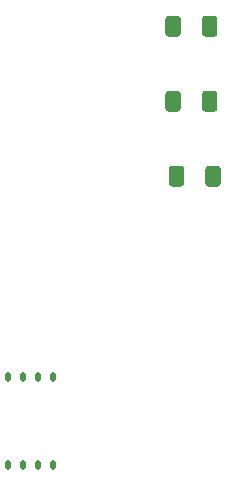
<source format=gbr>
%TF.GenerationSoftware,KiCad,Pcbnew,(5.1.12-1-10_14)*%
%TF.CreationDate,2021-12-21T21:30:39-06:00*%
%TF.ProjectId,Weather,57656174-6865-4722-9e6b-696361645f70,rev?*%
%TF.SameCoordinates,Original*%
%TF.FileFunction,Paste,Bot*%
%TF.FilePolarity,Positive*%
%FSLAX46Y46*%
G04 Gerber Fmt 4.6, Leading zero omitted, Abs format (unit mm)*
G04 Created by KiCad (PCBNEW (5.1.12-1-10_14)) date 2021-12-21 21:30:39*
%MOMM*%
%LPD*%
G01*
G04 APERTURE LIST*
%ADD10O,0.510000X0.800000*%
G04 APERTURE END LIST*
D10*
%TO.C,U3*%
X121386600Y-118416400D03*
X122656600Y-118416400D03*
X123926600Y-118416400D03*
X125196600Y-118416400D03*
X121386600Y-110996400D03*
X122656600Y-110996400D03*
X123926600Y-110996400D03*
X125196600Y-110996400D03*
%TD*%
%TO.C,R12*%
G36*
G01*
X139360000Y-93354999D02*
X139360000Y-94605001D01*
G75*
G02*
X139110001Y-94855000I-249999J0D01*
G01*
X138309999Y-94855000D01*
G75*
G02*
X138060000Y-94605001I0J249999D01*
G01*
X138060000Y-93354999D01*
G75*
G02*
X138309999Y-93105000I249999J0D01*
G01*
X139110001Y-93105000D01*
G75*
G02*
X139360000Y-93354999I0J-249999D01*
G01*
G37*
G36*
G01*
X136260000Y-93354999D02*
X136260000Y-94605001D01*
G75*
G02*
X136010001Y-94855000I-249999J0D01*
G01*
X135209999Y-94855000D01*
G75*
G02*
X134960000Y-94605001I0J249999D01*
G01*
X134960000Y-93354999D01*
G75*
G02*
X135209999Y-93105000I249999J0D01*
G01*
X136010001Y-93105000D01*
G75*
G02*
X136260000Y-93354999I0J-249999D01*
G01*
G37*
%TD*%
%TO.C,R13*%
G36*
G01*
X139080000Y-87004999D02*
X139080000Y-88255001D01*
G75*
G02*
X138830001Y-88505000I-249999J0D01*
G01*
X138029999Y-88505000D01*
G75*
G02*
X137780000Y-88255001I0J249999D01*
G01*
X137780000Y-87004999D01*
G75*
G02*
X138029999Y-86755000I249999J0D01*
G01*
X138830001Y-86755000D01*
G75*
G02*
X139080000Y-87004999I0J-249999D01*
G01*
G37*
G36*
G01*
X135980000Y-87004999D02*
X135980000Y-88255001D01*
G75*
G02*
X135730001Y-88505000I-249999J0D01*
G01*
X134929999Y-88505000D01*
G75*
G02*
X134680000Y-88255001I0J249999D01*
G01*
X134680000Y-87004999D01*
G75*
G02*
X134929999Y-86755000I249999J0D01*
G01*
X135730001Y-86755000D01*
G75*
G02*
X135980000Y-87004999I0J-249999D01*
G01*
G37*
%TD*%
%TO.C,R14*%
G36*
G01*
X139080000Y-80654999D02*
X139080000Y-81905001D01*
G75*
G02*
X138830001Y-82155000I-249999J0D01*
G01*
X138029999Y-82155000D01*
G75*
G02*
X137780000Y-81905001I0J249999D01*
G01*
X137780000Y-80654999D01*
G75*
G02*
X138029999Y-80405000I249999J0D01*
G01*
X138830001Y-80405000D01*
G75*
G02*
X139080000Y-80654999I0J-249999D01*
G01*
G37*
G36*
G01*
X135980000Y-80654999D02*
X135980000Y-81905001D01*
G75*
G02*
X135730001Y-82155000I-249999J0D01*
G01*
X134929999Y-82155000D01*
G75*
G02*
X134680000Y-81905001I0J249999D01*
G01*
X134680000Y-80654999D01*
G75*
G02*
X134929999Y-80405000I249999J0D01*
G01*
X135730001Y-80405000D01*
G75*
G02*
X135980000Y-80654999I0J-249999D01*
G01*
G37*
%TD*%
M02*

</source>
